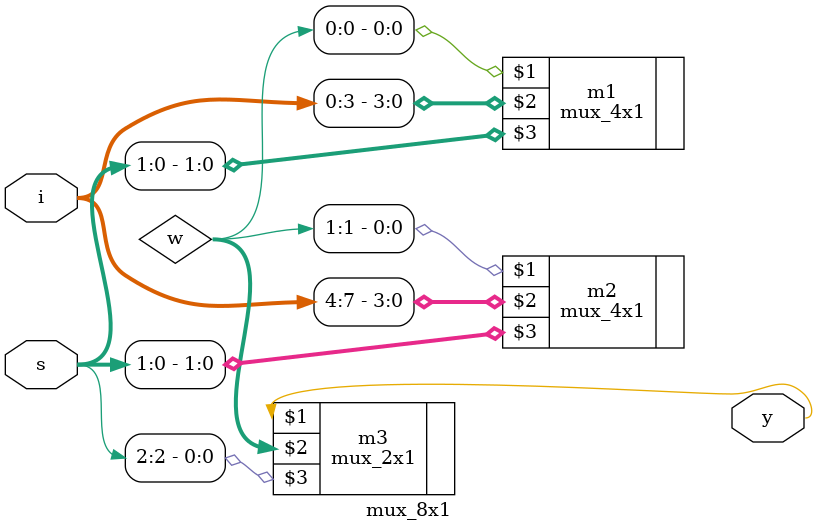
<source format=v>
`timescale 1ns / 1ps


module mux_8x1(y,i,s);
output y;
input [0:7]i;
input [2:0]s;
wire [0:1]w;


mux_4x1 m1( w[0], i[0:3], s[1:0]);
mux_4x1 m2(w[1], i[4:7], s[1:0]);
mux_2x1 m3(y,w[0:1],s[2]);

endmodule

</source>
